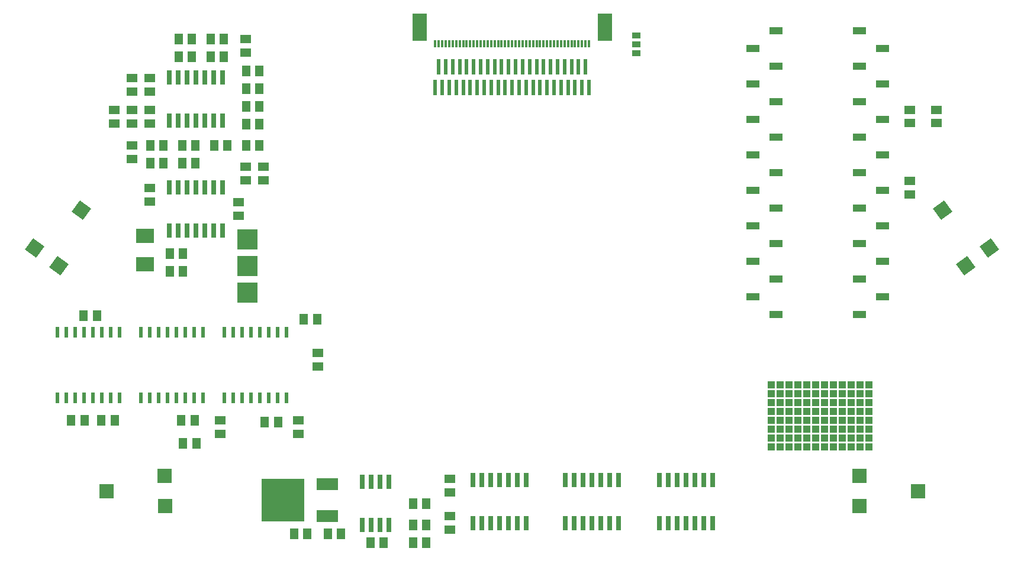
<source format=gbr>
G04 #@! TF.GenerationSoftware,KiCad,Pcbnew,5.1.9*
G04 #@! TF.CreationDate,2021-02-13T13:54:14+01:00*
G04 #@! TF.ProjectId,DVDLaserScanner,4456444c-6173-4657-9253-63616e6e6572,rev?*
G04 #@! TF.SameCoordinates,Original*
G04 #@! TF.FileFunction,Paste,Bot*
G04 #@! TF.FilePolarity,Positive*
%FSLAX46Y46*%
G04 Gerber Fmt 4.6, Leading zero omitted, Abs format (unit mm)*
G04 Created by KiCad (PCBNEW 5.1.9) date 2021-02-13 13:54:14*
%MOMM*%
%LPD*%
G01*
G04 APERTURE LIST*
%ADD10R,2.100000X4.000000*%
%ADD11R,0.300000X1.100000*%
%ADD12R,2.000000X2.000000*%
%ADD13C,0.100000*%
%ADD14R,0.660400X2.032000*%
%ADD15R,1.900000X1.020000*%
%ADD16R,1.500000X1.295400*%
%ADD17R,1.295400X1.500000*%
%ADD18R,3.048000X1.651000*%
%ADD19R,6.096000X6.096000*%
%ADD20R,1.270000X0.965200*%
%ADD21R,0.508000X1.620000*%
%ADD22R,0.580000X1.620000*%
%ADD23R,0.540000X2.300000*%
%ADD24R,2.500000X2.000000*%
%ADD25R,3.000000X3.000000*%
%ADD26R,1.050000X1.050000*%
G04 APERTURE END LIST*
D10*
X81750000Y-44609000D03*
X108250000Y-44609000D03*
D11*
X95500000Y-46959000D03*
X84000000Y-46959000D03*
X84500000Y-46959000D03*
X85000000Y-46959000D03*
X85500000Y-46959000D03*
X86000000Y-46959000D03*
X86500000Y-46959000D03*
X87000000Y-46959000D03*
X87500000Y-46959000D03*
X88000000Y-46959000D03*
X88500000Y-46959000D03*
X89000000Y-46959000D03*
X94500000Y-46959000D03*
X94000000Y-46959000D03*
X95000000Y-46959000D03*
X93500000Y-46959000D03*
X93000000Y-46959000D03*
X92500000Y-46959000D03*
X92000000Y-46959000D03*
X91500000Y-46959000D03*
X91000000Y-46959000D03*
X90500000Y-46959000D03*
X89500000Y-46959000D03*
X90000000Y-46959000D03*
X102000000Y-46959000D03*
X101500000Y-46959000D03*
X102500000Y-46959000D03*
X103000000Y-46959000D03*
X103500000Y-46959000D03*
X104000000Y-46959000D03*
X104500000Y-46959000D03*
X105000000Y-46959000D03*
X105500000Y-46959000D03*
X106000000Y-46959000D03*
X101000000Y-46959000D03*
X100500000Y-46959000D03*
X100000000Y-46959000D03*
X99500000Y-46959000D03*
X99000000Y-46959000D03*
X98500000Y-46959000D03*
X98000000Y-46959000D03*
X97500000Y-46959000D03*
X97000000Y-46959000D03*
X96500000Y-46959000D03*
X96000000Y-46959000D03*
D12*
X153050000Y-111000000D03*
X144700000Y-113150000D03*
X144650000Y-108850000D03*
X36950000Y-111000000D03*
X45300000Y-108850000D03*
X45350000Y-113150000D03*
D13*
G36*
X156800002Y-69345700D02*
G01*
X157989648Y-70953414D01*
X156381934Y-72143060D01*
X155192288Y-70535346D01*
X156800002Y-69345700D01*
G37*
G36*
X163495064Y-74779036D02*
G01*
X164684710Y-76386750D01*
X163076996Y-77576396D01*
X161887350Y-75968682D01*
X163495064Y-74779036D01*
G37*
G36*
X160068221Y-77376966D02*
G01*
X161257867Y-78984680D01*
X159650153Y-80174326D01*
X158460507Y-78566612D01*
X160068221Y-77376966D01*
G37*
G36*
X34807712Y-70535346D02*
G01*
X33618066Y-72143060D01*
X32010352Y-70953414D01*
X33199998Y-69345700D01*
X34807712Y-70535346D01*
G37*
G36*
X31569233Y-78526419D02*
G01*
X30379587Y-80134133D01*
X28771873Y-78944487D01*
X29961519Y-77336773D01*
X31569233Y-78526419D01*
G37*
G36*
X28082909Y-76008874D02*
G01*
X26893263Y-77616588D01*
X25285549Y-76426942D01*
X26475195Y-74819228D01*
X28082909Y-76008874D01*
G37*
D14*
X102616000Y-109448600D03*
X103886000Y-109448600D03*
X105156000Y-109448600D03*
X106426000Y-109448600D03*
X107696000Y-109448600D03*
X108966000Y-109448600D03*
X110236000Y-109448600D03*
X110236000Y-115595400D03*
X108966000Y-115595400D03*
X106426000Y-115595400D03*
X105156000Y-115595400D03*
X103886000Y-115595400D03*
X102616000Y-115595400D03*
X107696000Y-115595400D03*
X116078000Y-109448600D03*
X117348000Y-109448600D03*
X118618000Y-109448600D03*
X119888000Y-109448600D03*
X121158000Y-109448600D03*
X122428000Y-109448600D03*
X123698000Y-109448600D03*
X123698000Y-115595400D03*
X122428000Y-115595400D03*
X119888000Y-115595400D03*
X118618000Y-115595400D03*
X117348000Y-115595400D03*
X116078000Y-115595400D03*
X121158000Y-115595400D03*
D15*
X144720000Y-45110400D03*
X148020000Y-47650400D03*
X144720000Y-50190400D03*
X148020000Y-52730400D03*
X144720000Y-55270400D03*
X148020000Y-57810400D03*
X144720000Y-60350400D03*
X148020000Y-62890400D03*
X144720000Y-65430400D03*
X148020000Y-67970400D03*
X148020000Y-73050400D03*
X148020000Y-78130400D03*
X148020000Y-83210400D03*
X144720000Y-85750400D03*
X144720000Y-75590400D03*
X144720000Y-80670400D03*
X144720000Y-70510400D03*
X132780000Y-55270400D03*
X132780000Y-50190400D03*
X132780000Y-60350400D03*
X132780000Y-45110400D03*
X129480000Y-47650400D03*
X129480000Y-52730400D03*
X129480000Y-57810400D03*
X129480000Y-62890400D03*
X132780000Y-65430400D03*
X129480000Y-67970400D03*
X132780000Y-70510400D03*
X129480000Y-73050400D03*
X132780000Y-75590400D03*
X129480000Y-78130400D03*
X132780000Y-80670400D03*
X129480000Y-83210400D03*
X132780000Y-85750400D03*
D16*
X86106000Y-114620000D03*
X86106000Y-116520000D03*
D17*
X36261000Y-100838000D03*
X38161000Y-100838000D03*
X47945000Y-104140000D03*
X49845000Y-104140000D03*
D16*
X64389000Y-100904000D03*
X64389000Y-102804000D03*
X67183000Y-91252000D03*
X67183000Y-93152000D03*
D17*
X33721000Y-85852000D03*
X35621000Y-85852000D03*
X65217000Y-86360000D03*
X67117000Y-86360000D03*
X31943000Y-100838000D03*
X33843000Y-100838000D03*
X59629000Y-101092000D03*
X61529000Y-101092000D03*
D16*
X53213000Y-102804000D03*
X53213000Y-100904000D03*
D17*
X49591000Y-100838000D03*
X47691000Y-100838000D03*
D16*
X86106000Y-109286000D03*
X86106000Y-111186000D03*
D17*
X46040000Y-79502000D03*
X47940000Y-79502000D03*
X46040000Y-76962000D03*
X47940000Y-76962000D03*
X76642000Y-118364000D03*
X74742000Y-118364000D03*
D18*
X68580000Y-109982000D03*
D19*
X62230000Y-112268000D03*
D18*
X68580000Y-114554000D03*
D16*
X151892000Y-58328600D03*
X151892000Y-56428600D03*
D17*
X82738000Y-115824000D03*
X80838000Y-115824000D03*
X80838000Y-112776000D03*
X82738000Y-112776000D03*
X82738000Y-118364000D03*
X80838000Y-118364000D03*
X68646000Y-117094000D03*
X70546000Y-117094000D03*
D16*
X155702000Y-58328600D03*
X155702000Y-56428600D03*
D17*
X63820000Y-117094000D03*
X65720000Y-117094000D03*
D14*
X73533000Y-109702600D03*
X74803000Y-109702600D03*
X76073000Y-109702600D03*
X77343000Y-109702600D03*
X77343000Y-115849400D03*
X76073000Y-115849400D03*
X74803000Y-115849400D03*
X73533000Y-115849400D03*
X89408000Y-109448600D03*
X90678000Y-109448600D03*
X91948000Y-109448600D03*
X93218000Y-109448600D03*
X94488000Y-109448600D03*
X95758000Y-109448600D03*
X97028000Y-109448600D03*
X97028000Y-115595400D03*
X95758000Y-115595400D03*
X93218000Y-115595400D03*
X91948000Y-115595400D03*
X90678000Y-115595400D03*
X89408000Y-115595400D03*
X94488000Y-115595400D03*
D20*
X112776000Y-48260000D03*
X112776000Y-46990000D03*
X112776000Y-45720000D03*
D17*
X49718000Y-64008000D03*
X47818000Y-64008000D03*
D21*
X29972000Y-88274000D03*
X31242000Y-88274000D03*
X32512000Y-88274000D03*
X33782000Y-88274000D03*
X35052000Y-88274000D03*
X36322000Y-88274000D03*
X37592000Y-88274000D03*
X38862000Y-88274000D03*
X38862000Y-97654000D03*
X37592000Y-97654000D03*
X36322000Y-97654000D03*
X35052000Y-97654000D03*
X33782000Y-97654000D03*
X32512000Y-97654000D03*
X31242000Y-97654000D03*
D22*
X29972000Y-97654000D03*
D21*
X53848000Y-88274000D03*
X55118000Y-88274000D03*
X56388000Y-88274000D03*
X57658000Y-88274000D03*
X58928000Y-88274000D03*
X60198000Y-88274000D03*
X61468000Y-88274000D03*
X62738000Y-88274000D03*
X62738000Y-97654000D03*
X61468000Y-97654000D03*
X60198000Y-97654000D03*
X58928000Y-97654000D03*
X57658000Y-97654000D03*
X56388000Y-97654000D03*
X55118000Y-97654000D03*
D22*
X53848000Y-97654000D03*
D21*
X41910000Y-88274000D03*
X43180000Y-88274000D03*
X44450000Y-88274000D03*
X45720000Y-88274000D03*
X46990000Y-88274000D03*
X48260000Y-88274000D03*
X49530000Y-88274000D03*
X50800000Y-88274000D03*
X50800000Y-97654000D03*
X49530000Y-97654000D03*
X48260000Y-97654000D03*
X46990000Y-97654000D03*
X45720000Y-97654000D03*
X44450000Y-97654000D03*
X43180000Y-97654000D03*
D22*
X41910000Y-97654000D03*
D23*
X84000000Y-53203800D03*
X84500000Y-50203800D03*
X85000000Y-53203800D03*
X85500000Y-50203800D03*
X86000000Y-53203800D03*
X86500000Y-50203800D03*
X87000000Y-53203800D03*
X87500000Y-50203800D03*
X88000000Y-53203800D03*
X88500000Y-50203800D03*
X89000000Y-53203800D03*
X89500000Y-50203800D03*
X90000000Y-53203800D03*
X90500000Y-50203800D03*
X91000000Y-53203800D03*
X91500000Y-50203800D03*
X92000000Y-53203800D03*
X92500000Y-50203800D03*
X93000000Y-53203800D03*
X93500000Y-50203800D03*
X94000000Y-53203800D03*
X94500000Y-50203800D03*
X95000000Y-53203800D03*
X95500000Y-50203800D03*
X96000000Y-53203800D03*
X96500000Y-50203800D03*
X97000000Y-53203800D03*
X97500000Y-50203800D03*
X98000000Y-53203800D03*
X98500000Y-50203800D03*
X99000000Y-53203800D03*
X99500000Y-50203800D03*
X100000000Y-53203800D03*
X100500000Y-50203800D03*
X101000000Y-53203800D03*
X101500000Y-50203800D03*
X102000000Y-53203800D03*
X102500000Y-50203800D03*
X103000000Y-53203800D03*
X103500000Y-50203800D03*
X104000000Y-53203800D03*
X104500000Y-50203800D03*
X105000000Y-53203800D03*
X105500000Y-50203800D03*
X106000000Y-53203800D03*
D16*
X43180000Y-67630000D03*
X43180000Y-69530000D03*
X43180000Y-56454000D03*
X43180000Y-58354000D03*
X56896000Y-46294000D03*
X56896000Y-48194000D03*
D17*
X45146000Y-61468000D03*
X43246000Y-61468000D03*
D16*
X43180000Y-53782000D03*
X43180000Y-51882000D03*
D17*
X49210000Y-46228000D03*
X47310000Y-46228000D03*
D16*
X40640000Y-56454000D03*
X40640000Y-58354000D03*
X38100000Y-58354000D03*
X38100000Y-56454000D03*
D17*
X47818000Y-61468000D03*
X49718000Y-61468000D03*
X56962000Y-55880000D03*
X58862000Y-55880000D03*
X54290000Y-61468000D03*
X52390000Y-61468000D03*
X58862000Y-61468000D03*
X56962000Y-61468000D03*
X56962000Y-58420000D03*
X58862000Y-58420000D03*
X43246000Y-64008000D03*
X45146000Y-64008000D03*
D16*
X40640000Y-63434000D03*
X40640000Y-61534000D03*
X40640000Y-51882000D03*
X40640000Y-53782000D03*
D17*
X47310000Y-48768000D03*
X49210000Y-48768000D03*
X53782000Y-48768000D03*
X51882000Y-48768000D03*
D16*
X56896000Y-64582000D03*
X56896000Y-66482000D03*
X59436000Y-64582000D03*
X59436000Y-66482000D03*
D17*
X51882000Y-46228000D03*
X53782000Y-46228000D03*
X56962000Y-53340000D03*
X58862000Y-53340000D03*
X58862000Y-50800000D03*
X56962000Y-50800000D03*
D24*
X42500000Y-74500000D03*
X42500000Y-78500000D03*
D14*
X51054000Y-57937400D03*
X45974000Y-57937400D03*
X47244000Y-57937400D03*
X48514000Y-57937400D03*
X49784000Y-57937400D03*
X52324000Y-57937400D03*
X53594000Y-57937400D03*
X53594000Y-51790600D03*
X52324000Y-51790600D03*
X51054000Y-51790600D03*
X49784000Y-51790600D03*
X48514000Y-51790600D03*
X47244000Y-51790600D03*
X45974000Y-51790600D03*
X45974000Y-67538600D03*
X47244000Y-67538600D03*
X48514000Y-67538600D03*
X49784000Y-67538600D03*
X51054000Y-67538600D03*
X52324000Y-67538600D03*
X53594000Y-67538600D03*
X53594000Y-73685400D03*
X52324000Y-73685400D03*
X49784000Y-73685400D03*
X48514000Y-73685400D03*
X47244000Y-73685400D03*
X45974000Y-73685400D03*
X51054000Y-73685400D03*
D25*
X57150000Y-82550000D03*
X57150000Y-78740000D03*
X57150000Y-74930000D03*
D16*
X151892000Y-68514000D03*
X151892000Y-66614000D03*
X55880000Y-71562000D03*
X55880000Y-69662000D03*
D26*
X132080000Y-104648000D03*
X133350000Y-104648000D03*
X134620000Y-104648000D03*
X135890000Y-104648000D03*
X137160000Y-104648000D03*
X138430000Y-104648000D03*
X139700000Y-104648000D03*
X140970000Y-104648000D03*
X142240000Y-104648000D03*
X143510000Y-104648000D03*
X144780000Y-104648000D03*
X146050000Y-104648000D03*
X132080000Y-103378000D03*
X133350000Y-103378000D03*
X134620000Y-103378000D03*
X135890000Y-103378000D03*
X137160000Y-103378000D03*
X138430000Y-103378000D03*
X139700000Y-103378000D03*
X140970000Y-103378000D03*
X142240000Y-103378000D03*
X143510000Y-103378000D03*
X144780000Y-103378000D03*
X146050000Y-103378000D03*
X132080000Y-102108000D03*
X133350000Y-102108000D03*
X134620000Y-102108000D03*
X135890000Y-102108000D03*
X137160000Y-102108000D03*
X138430000Y-102108000D03*
X139700000Y-102108000D03*
X140970000Y-102108000D03*
X142240000Y-102108000D03*
X143510000Y-102108000D03*
X144780000Y-102108000D03*
X146050000Y-102108000D03*
X132080000Y-100838000D03*
X133350000Y-100838000D03*
X134620000Y-100838000D03*
X135890000Y-100838000D03*
X137160000Y-100838000D03*
X138430000Y-100838000D03*
X139700000Y-100838000D03*
X140970000Y-100838000D03*
X142240000Y-100838000D03*
X143510000Y-100838000D03*
X144780000Y-100838000D03*
X146050000Y-100838000D03*
X132080000Y-99568000D03*
X133350000Y-99568000D03*
X134620000Y-99568000D03*
X135890000Y-99568000D03*
X137160000Y-99568000D03*
X138430000Y-99568000D03*
X139700000Y-99568000D03*
X140970000Y-99568000D03*
X142240000Y-99568000D03*
X143510000Y-99568000D03*
X144780000Y-99568000D03*
X146050000Y-99568000D03*
X132080000Y-98298000D03*
X133350000Y-98298000D03*
X134620000Y-98298000D03*
X135890000Y-98298000D03*
X137160000Y-98298000D03*
X138430000Y-98298000D03*
X139700000Y-98298000D03*
X140970000Y-98298000D03*
X142240000Y-98298000D03*
X143510000Y-98298000D03*
X144780000Y-98298000D03*
X146050000Y-98298000D03*
X132080000Y-97028000D03*
X133350000Y-97028000D03*
X134620000Y-97028000D03*
X135890000Y-97028000D03*
X137160000Y-97028000D03*
X138430000Y-97028000D03*
X139700000Y-97028000D03*
X140970000Y-97028000D03*
X142240000Y-97028000D03*
X143510000Y-97028000D03*
X144780000Y-97028000D03*
X146050000Y-97028000D03*
X132080000Y-95758000D03*
X133350000Y-95758000D03*
X134620000Y-95758000D03*
X135890000Y-95758000D03*
X137160000Y-95758000D03*
X138430000Y-95758000D03*
X139700000Y-95758000D03*
X140970000Y-95758000D03*
X142240000Y-95758000D03*
X143510000Y-95758000D03*
X144780000Y-95758000D03*
X146050000Y-95758000D03*
M02*

</source>
